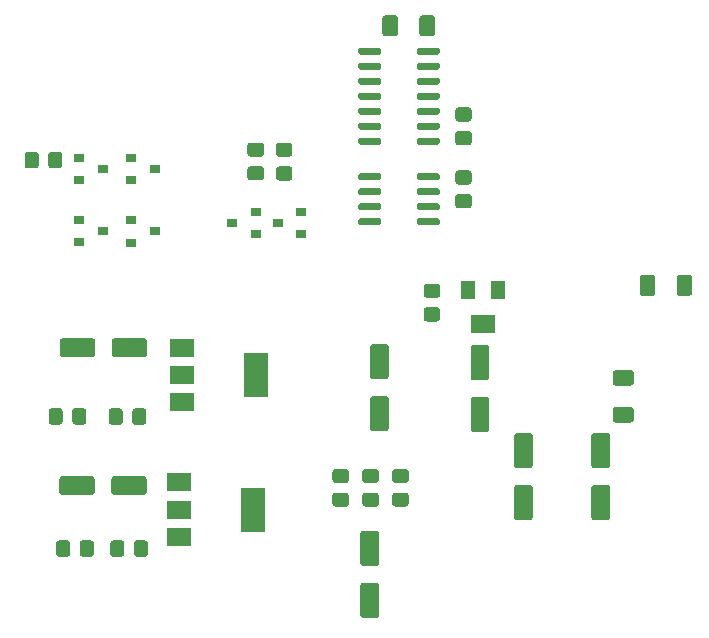
<source format=gbr>
%TF.GenerationSoftware,KiCad,Pcbnew,(5.1.8-0-10_14)*%
%TF.CreationDate,2022-02-24T11:49:15-06:00*%
%TF.ProjectId,SAQ_KiCad_one,5341515f-4b69-4436-9164-5f6f6e652e6b,rev?*%
%TF.SameCoordinates,Original*%
%TF.FileFunction,Paste,Top*%
%TF.FilePolarity,Positive*%
%FSLAX46Y46*%
G04 Gerber Fmt 4.6, Leading zero omitted, Abs format (unit mm)*
G04 Created by KiCad (PCBNEW (5.1.8-0-10_14)) date 2022-02-24 11:49:15*
%MOMM*%
%LPD*%
G01*
G04 APERTURE LIST*
%ADD10R,2.000000X1.500000*%
%ADD11R,2.000000X3.800000*%
%ADD12R,1.300000X1.600000*%
%ADD13R,2.000000X1.600000*%
%ADD14R,0.900000X0.800000*%
G04 APERTURE END LIST*
%TO.C,U4*%
G36*
G01*
X143726000Y-33949500D02*
X143726000Y-34249500D01*
G75*
G02*
X143576000Y-34399500I-150000J0D01*
G01*
X141926000Y-34399500D01*
G75*
G02*
X141776000Y-34249500I0J150000D01*
G01*
X141776000Y-33949500D01*
G75*
G02*
X141926000Y-33799500I150000J0D01*
G01*
X143576000Y-33799500D01*
G75*
G02*
X143726000Y-33949500I0J-150000D01*
G01*
G37*
G36*
G01*
X143726000Y-32679500D02*
X143726000Y-32979500D01*
G75*
G02*
X143576000Y-33129500I-150000J0D01*
G01*
X141926000Y-33129500D01*
G75*
G02*
X141776000Y-32979500I0J150000D01*
G01*
X141776000Y-32679500D01*
G75*
G02*
X141926000Y-32529500I150000J0D01*
G01*
X143576000Y-32529500D01*
G75*
G02*
X143726000Y-32679500I0J-150000D01*
G01*
G37*
G36*
G01*
X143726000Y-31409500D02*
X143726000Y-31709500D01*
G75*
G02*
X143576000Y-31859500I-150000J0D01*
G01*
X141926000Y-31859500D01*
G75*
G02*
X141776000Y-31709500I0J150000D01*
G01*
X141776000Y-31409500D01*
G75*
G02*
X141926000Y-31259500I150000J0D01*
G01*
X143576000Y-31259500D01*
G75*
G02*
X143726000Y-31409500I0J-150000D01*
G01*
G37*
G36*
G01*
X143726000Y-30139500D02*
X143726000Y-30439500D01*
G75*
G02*
X143576000Y-30589500I-150000J0D01*
G01*
X141926000Y-30589500D01*
G75*
G02*
X141776000Y-30439500I0J150000D01*
G01*
X141776000Y-30139500D01*
G75*
G02*
X141926000Y-29989500I150000J0D01*
G01*
X143576000Y-29989500D01*
G75*
G02*
X143726000Y-30139500I0J-150000D01*
G01*
G37*
G36*
G01*
X148676000Y-30139500D02*
X148676000Y-30439500D01*
G75*
G02*
X148526000Y-30589500I-150000J0D01*
G01*
X146876000Y-30589500D01*
G75*
G02*
X146726000Y-30439500I0J150000D01*
G01*
X146726000Y-30139500D01*
G75*
G02*
X146876000Y-29989500I150000J0D01*
G01*
X148526000Y-29989500D01*
G75*
G02*
X148676000Y-30139500I0J-150000D01*
G01*
G37*
G36*
G01*
X148676000Y-31409500D02*
X148676000Y-31709500D01*
G75*
G02*
X148526000Y-31859500I-150000J0D01*
G01*
X146876000Y-31859500D01*
G75*
G02*
X146726000Y-31709500I0J150000D01*
G01*
X146726000Y-31409500D01*
G75*
G02*
X146876000Y-31259500I150000J0D01*
G01*
X148526000Y-31259500D01*
G75*
G02*
X148676000Y-31409500I0J-150000D01*
G01*
G37*
G36*
G01*
X148676000Y-32679500D02*
X148676000Y-32979500D01*
G75*
G02*
X148526000Y-33129500I-150000J0D01*
G01*
X146876000Y-33129500D01*
G75*
G02*
X146726000Y-32979500I0J150000D01*
G01*
X146726000Y-32679500D01*
G75*
G02*
X146876000Y-32529500I150000J0D01*
G01*
X148526000Y-32529500D01*
G75*
G02*
X148676000Y-32679500I0J-150000D01*
G01*
G37*
G36*
G01*
X148676000Y-33949500D02*
X148676000Y-34249500D01*
G75*
G02*
X148526000Y-34399500I-150000J0D01*
G01*
X146876000Y-34399500D01*
G75*
G02*
X146726000Y-34249500I0J150000D01*
G01*
X146726000Y-33949500D01*
G75*
G02*
X146876000Y-33799500I150000J0D01*
G01*
X148526000Y-33799500D01*
G75*
G02*
X148676000Y-33949500I0J-150000D01*
G01*
G37*
%TD*%
%TO.C,R11*%
G36*
G01*
X135959001Y-28619500D02*
X135058999Y-28619500D01*
G75*
G02*
X134809000Y-28369501I0J249999D01*
G01*
X134809000Y-27669499D01*
G75*
G02*
X135058999Y-27419500I249999J0D01*
G01*
X135959001Y-27419500D01*
G75*
G02*
X136209000Y-27669499I0J-249999D01*
G01*
X136209000Y-28369501D01*
G75*
G02*
X135959001Y-28619500I-249999J0D01*
G01*
G37*
G36*
G01*
X135959001Y-30619500D02*
X135058999Y-30619500D01*
G75*
G02*
X134809000Y-30369501I0J249999D01*
G01*
X134809000Y-29669499D01*
G75*
G02*
X135058999Y-29419500I249999J0D01*
G01*
X135959001Y-29419500D01*
G75*
G02*
X136209000Y-29669499I0J-249999D01*
G01*
X136209000Y-30369501D01*
G75*
G02*
X135959001Y-30619500I-249999J0D01*
G01*
G37*
%TD*%
%TO.C,U3*%
G36*
G01*
X146724500Y-19835000D02*
X146724500Y-19535000D01*
G75*
G02*
X146874500Y-19385000I150000J0D01*
G01*
X148524500Y-19385000D01*
G75*
G02*
X148674500Y-19535000I0J-150000D01*
G01*
X148674500Y-19835000D01*
G75*
G02*
X148524500Y-19985000I-150000J0D01*
G01*
X146874500Y-19985000D01*
G75*
G02*
X146724500Y-19835000I0J150000D01*
G01*
G37*
G36*
G01*
X146724500Y-21105000D02*
X146724500Y-20805000D01*
G75*
G02*
X146874500Y-20655000I150000J0D01*
G01*
X148524500Y-20655000D01*
G75*
G02*
X148674500Y-20805000I0J-150000D01*
G01*
X148674500Y-21105000D01*
G75*
G02*
X148524500Y-21255000I-150000J0D01*
G01*
X146874500Y-21255000D01*
G75*
G02*
X146724500Y-21105000I0J150000D01*
G01*
G37*
G36*
G01*
X146724500Y-22375000D02*
X146724500Y-22075000D01*
G75*
G02*
X146874500Y-21925000I150000J0D01*
G01*
X148524500Y-21925000D01*
G75*
G02*
X148674500Y-22075000I0J-150000D01*
G01*
X148674500Y-22375000D01*
G75*
G02*
X148524500Y-22525000I-150000J0D01*
G01*
X146874500Y-22525000D01*
G75*
G02*
X146724500Y-22375000I0J150000D01*
G01*
G37*
G36*
G01*
X146724500Y-23645000D02*
X146724500Y-23345000D01*
G75*
G02*
X146874500Y-23195000I150000J0D01*
G01*
X148524500Y-23195000D01*
G75*
G02*
X148674500Y-23345000I0J-150000D01*
G01*
X148674500Y-23645000D01*
G75*
G02*
X148524500Y-23795000I-150000J0D01*
G01*
X146874500Y-23795000D01*
G75*
G02*
X146724500Y-23645000I0J150000D01*
G01*
G37*
G36*
G01*
X146724500Y-24915000D02*
X146724500Y-24615000D01*
G75*
G02*
X146874500Y-24465000I150000J0D01*
G01*
X148524500Y-24465000D01*
G75*
G02*
X148674500Y-24615000I0J-150000D01*
G01*
X148674500Y-24915000D01*
G75*
G02*
X148524500Y-25065000I-150000J0D01*
G01*
X146874500Y-25065000D01*
G75*
G02*
X146724500Y-24915000I0J150000D01*
G01*
G37*
G36*
G01*
X146724500Y-26185000D02*
X146724500Y-25885000D01*
G75*
G02*
X146874500Y-25735000I150000J0D01*
G01*
X148524500Y-25735000D01*
G75*
G02*
X148674500Y-25885000I0J-150000D01*
G01*
X148674500Y-26185000D01*
G75*
G02*
X148524500Y-26335000I-150000J0D01*
G01*
X146874500Y-26335000D01*
G75*
G02*
X146724500Y-26185000I0J150000D01*
G01*
G37*
G36*
G01*
X146724500Y-27455000D02*
X146724500Y-27155000D01*
G75*
G02*
X146874500Y-27005000I150000J0D01*
G01*
X148524500Y-27005000D01*
G75*
G02*
X148674500Y-27155000I0J-150000D01*
G01*
X148674500Y-27455000D01*
G75*
G02*
X148524500Y-27605000I-150000J0D01*
G01*
X146874500Y-27605000D01*
G75*
G02*
X146724500Y-27455000I0J150000D01*
G01*
G37*
G36*
G01*
X141774500Y-27455000D02*
X141774500Y-27155000D01*
G75*
G02*
X141924500Y-27005000I150000J0D01*
G01*
X143574500Y-27005000D01*
G75*
G02*
X143724500Y-27155000I0J-150000D01*
G01*
X143724500Y-27455000D01*
G75*
G02*
X143574500Y-27605000I-150000J0D01*
G01*
X141924500Y-27605000D01*
G75*
G02*
X141774500Y-27455000I0J150000D01*
G01*
G37*
G36*
G01*
X141774500Y-26185000D02*
X141774500Y-25885000D01*
G75*
G02*
X141924500Y-25735000I150000J0D01*
G01*
X143574500Y-25735000D01*
G75*
G02*
X143724500Y-25885000I0J-150000D01*
G01*
X143724500Y-26185000D01*
G75*
G02*
X143574500Y-26335000I-150000J0D01*
G01*
X141924500Y-26335000D01*
G75*
G02*
X141774500Y-26185000I0J150000D01*
G01*
G37*
G36*
G01*
X141774500Y-24915000D02*
X141774500Y-24615000D01*
G75*
G02*
X141924500Y-24465000I150000J0D01*
G01*
X143574500Y-24465000D01*
G75*
G02*
X143724500Y-24615000I0J-150000D01*
G01*
X143724500Y-24915000D01*
G75*
G02*
X143574500Y-25065000I-150000J0D01*
G01*
X141924500Y-25065000D01*
G75*
G02*
X141774500Y-24915000I0J150000D01*
G01*
G37*
G36*
G01*
X141774500Y-23645000D02*
X141774500Y-23345000D01*
G75*
G02*
X141924500Y-23195000I150000J0D01*
G01*
X143574500Y-23195000D01*
G75*
G02*
X143724500Y-23345000I0J-150000D01*
G01*
X143724500Y-23645000D01*
G75*
G02*
X143574500Y-23795000I-150000J0D01*
G01*
X141924500Y-23795000D01*
G75*
G02*
X141774500Y-23645000I0J150000D01*
G01*
G37*
G36*
G01*
X141774500Y-22375000D02*
X141774500Y-22075000D01*
G75*
G02*
X141924500Y-21925000I150000J0D01*
G01*
X143574500Y-21925000D01*
G75*
G02*
X143724500Y-22075000I0J-150000D01*
G01*
X143724500Y-22375000D01*
G75*
G02*
X143574500Y-22525000I-150000J0D01*
G01*
X141924500Y-22525000D01*
G75*
G02*
X141774500Y-22375000I0J150000D01*
G01*
G37*
G36*
G01*
X141774500Y-21105000D02*
X141774500Y-20805000D01*
G75*
G02*
X141924500Y-20655000I150000J0D01*
G01*
X143574500Y-20655000D01*
G75*
G02*
X143724500Y-20805000I0J-150000D01*
G01*
X143724500Y-21105000D01*
G75*
G02*
X143574500Y-21255000I-150000J0D01*
G01*
X141924500Y-21255000D01*
G75*
G02*
X141774500Y-21105000I0J150000D01*
G01*
G37*
G36*
G01*
X141774500Y-19835000D02*
X141774500Y-19535000D01*
G75*
G02*
X141924500Y-19385000I150000J0D01*
G01*
X143574500Y-19385000D01*
G75*
G02*
X143724500Y-19535000I0J-150000D01*
G01*
X143724500Y-19835000D01*
G75*
G02*
X143574500Y-19985000I-150000J0D01*
G01*
X141924500Y-19985000D01*
G75*
G02*
X141774500Y-19835000I0J150000D01*
G01*
G37*
%TD*%
%TO.C,C17*%
G36*
G01*
X145150000Y-16875997D02*
X145150000Y-18176003D01*
G75*
G02*
X144900003Y-18426000I-249997J0D01*
G01*
X144074997Y-18426000D01*
G75*
G02*
X143825000Y-18176003I0J249997D01*
G01*
X143825000Y-16875997D01*
G75*
G02*
X144074997Y-16626000I249997J0D01*
G01*
X144900003Y-16626000D01*
G75*
G02*
X145150000Y-16875997I0J-249997D01*
G01*
G37*
G36*
G01*
X148275000Y-16875997D02*
X148275000Y-18176003D01*
G75*
G02*
X148025003Y-18426000I-249997J0D01*
G01*
X147199997Y-18426000D01*
G75*
G02*
X146950000Y-18176003I0J249997D01*
G01*
X146950000Y-16875997D01*
G75*
G02*
X147199997Y-16626000I249997J0D01*
G01*
X148025003Y-16626000D01*
G75*
G02*
X148275000Y-16875997I0J-249997D01*
G01*
G37*
%TD*%
%TO.C,C16*%
G36*
G01*
X162856000Y-54989500D02*
X161756000Y-54989500D01*
G75*
G02*
X161506000Y-54739500I0J250000D01*
G01*
X161506000Y-52239500D01*
G75*
G02*
X161756000Y-51989500I250000J0D01*
G01*
X162856000Y-51989500D01*
G75*
G02*
X163106000Y-52239500I0J-250000D01*
G01*
X163106000Y-54739500D01*
G75*
G02*
X162856000Y-54989500I-250000J0D01*
G01*
G37*
G36*
G01*
X162856000Y-59389500D02*
X161756000Y-59389500D01*
G75*
G02*
X161506000Y-59139500I0J250000D01*
G01*
X161506000Y-56639500D01*
G75*
G02*
X161756000Y-56389500I250000J0D01*
G01*
X162856000Y-56389500D01*
G75*
G02*
X163106000Y-56639500I0J-250000D01*
G01*
X163106000Y-59139500D01*
G75*
G02*
X162856000Y-59389500I-250000J0D01*
G01*
G37*
%TD*%
%TO.C,C7*%
G36*
G01*
X155215500Y-56389500D02*
X156315500Y-56389500D01*
G75*
G02*
X156565500Y-56639500I0J-250000D01*
G01*
X156565500Y-59139500D01*
G75*
G02*
X156315500Y-59389500I-250000J0D01*
G01*
X155215500Y-59389500D01*
G75*
G02*
X154965500Y-59139500I0J250000D01*
G01*
X154965500Y-56639500D01*
G75*
G02*
X155215500Y-56389500I250000J0D01*
G01*
G37*
G36*
G01*
X155215500Y-51989500D02*
X156315500Y-51989500D01*
G75*
G02*
X156565500Y-52239500I0J-250000D01*
G01*
X156565500Y-54739500D01*
G75*
G02*
X156315500Y-54989500I-250000J0D01*
G01*
X155215500Y-54989500D01*
G75*
G02*
X154965500Y-54739500I0J250000D01*
G01*
X154965500Y-52239500D01*
G75*
G02*
X155215500Y-51989500I250000J0D01*
G01*
G37*
%TD*%
%TO.C,C11*%
G36*
G01*
X166930500Y-38846997D02*
X166930500Y-40147003D01*
G75*
G02*
X166680503Y-40397000I-249997J0D01*
G01*
X165855497Y-40397000D01*
G75*
G02*
X165605500Y-40147003I0J249997D01*
G01*
X165605500Y-38846997D01*
G75*
G02*
X165855497Y-38597000I249997J0D01*
G01*
X166680503Y-38597000D01*
G75*
G02*
X166930500Y-38846997I0J-249997D01*
G01*
G37*
G36*
G01*
X170055500Y-38846997D02*
X170055500Y-40147003D01*
G75*
G02*
X169805503Y-40397000I-249997J0D01*
G01*
X168980497Y-40397000D01*
G75*
G02*
X168730500Y-40147003I0J249997D01*
G01*
X168730500Y-38846997D01*
G75*
G02*
X168980497Y-38597000I249997J0D01*
G01*
X169805503Y-38597000D01*
G75*
G02*
X170055500Y-38846997I0J-249997D01*
G01*
G37*
%TD*%
D10*
%TO.C,U2*%
X126580500Y-56183500D03*
X126580500Y-60783500D03*
X126580500Y-58483500D03*
D11*
X132880500Y-58483500D03*
%TD*%
D10*
%TO.C,U1*%
X126841720Y-44761120D03*
X126841720Y-49361120D03*
X126841720Y-47061120D03*
D11*
X133141720Y-47061120D03*
%TD*%
D12*
%TO.C,RV1*%
X151086500Y-39888500D03*
D13*
X152336500Y-42788500D03*
D12*
X153586500Y-39888500D03*
%TD*%
%TO.C,R16*%
G36*
G01*
X150235499Y-31769000D02*
X151135501Y-31769000D01*
G75*
G02*
X151385500Y-32018999I0J-249999D01*
G01*
X151385500Y-32719001D01*
G75*
G02*
X151135501Y-32969000I-249999J0D01*
G01*
X150235499Y-32969000D01*
G75*
G02*
X149985500Y-32719001I0J249999D01*
G01*
X149985500Y-32018999D01*
G75*
G02*
X150235499Y-31769000I249999J0D01*
G01*
G37*
G36*
G01*
X150235499Y-29769000D02*
X151135501Y-29769000D01*
G75*
G02*
X151385500Y-30018999I0J-249999D01*
G01*
X151385500Y-30719001D01*
G75*
G02*
X151135501Y-30969000I-249999J0D01*
G01*
X150235499Y-30969000D01*
G75*
G02*
X149985500Y-30719001I0J249999D01*
G01*
X149985500Y-30018999D01*
G75*
G02*
X150235499Y-29769000I249999J0D01*
G01*
G37*
%TD*%
%TO.C,R13*%
G36*
G01*
X150235499Y-26435000D02*
X151135501Y-26435000D01*
G75*
G02*
X151385500Y-26684999I0J-249999D01*
G01*
X151385500Y-27385001D01*
G75*
G02*
X151135501Y-27635000I-249999J0D01*
G01*
X150235499Y-27635000D01*
G75*
G02*
X149985500Y-27385001I0J249999D01*
G01*
X149985500Y-26684999D01*
G75*
G02*
X150235499Y-26435000I249999J0D01*
G01*
G37*
G36*
G01*
X150235499Y-24435000D02*
X151135501Y-24435000D01*
G75*
G02*
X151385500Y-24684999I0J-249999D01*
G01*
X151385500Y-25385001D01*
G75*
G02*
X151135501Y-25635000I-249999J0D01*
G01*
X150235499Y-25635000D01*
G75*
G02*
X149985500Y-25385001I0J249999D01*
G01*
X149985500Y-24684999D01*
G75*
G02*
X150235499Y-24435000I249999J0D01*
G01*
G37*
%TD*%
%TO.C,R10*%
G36*
G01*
X132645999Y-29403500D02*
X133546001Y-29403500D01*
G75*
G02*
X133796000Y-29653499I0J-249999D01*
G01*
X133796000Y-30353501D01*
G75*
G02*
X133546001Y-30603500I-249999J0D01*
G01*
X132645999Y-30603500D01*
G75*
G02*
X132396000Y-30353501I0J249999D01*
G01*
X132396000Y-29653499D01*
G75*
G02*
X132645999Y-29403500I249999J0D01*
G01*
G37*
G36*
G01*
X132645999Y-27403500D02*
X133546001Y-27403500D01*
G75*
G02*
X133796000Y-27653499I0J-249999D01*
G01*
X133796000Y-28353501D01*
G75*
G02*
X133546001Y-28603500I-249999J0D01*
G01*
X132645999Y-28603500D01*
G75*
G02*
X132396000Y-28353501I0J249999D01*
G01*
X132396000Y-27653499D01*
G75*
G02*
X132645999Y-27403500I249999J0D01*
G01*
G37*
%TD*%
%TO.C,R9*%
G36*
G01*
X144901499Y-57042000D02*
X145801501Y-57042000D01*
G75*
G02*
X146051500Y-57291999I0J-249999D01*
G01*
X146051500Y-57992001D01*
G75*
G02*
X145801501Y-58242000I-249999J0D01*
G01*
X144901499Y-58242000D01*
G75*
G02*
X144651500Y-57992001I0J249999D01*
G01*
X144651500Y-57291999D01*
G75*
G02*
X144901499Y-57042000I249999J0D01*
G01*
G37*
G36*
G01*
X144901499Y-55042000D02*
X145801501Y-55042000D01*
G75*
G02*
X146051500Y-55291999I0J-249999D01*
G01*
X146051500Y-55992001D01*
G75*
G02*
X145801501Y-56242000I-249999J0D01*
G01*
X144901499Y-56242000D01*
G75*
G02*
X144651500Y-55992001I0J249999D01*
G01*
X144651500Y-55291999D01*
G75*
G02*
X144901499Y-55042000I249999J0D01*
G01*
G37*
%TD*%
%TO.C,R8*%
G36*
G01*
X143269501Y-56242000D02*
X142369499Y-56242000D01*
G75*
G02*
X142119500Y-55992001I0J249999D01*
G01*
X142119500Y-55291999D01*
G75*
G02*
X142369499Y-55042000I249999J0D01*
G01*
X143269501Y-55042000D01*
G75*
G02*
X143519500Y-55291999I0J-249999D01*
G01*
X143519500Y-55992001D01*
G75*
G02*
X143269501Y-56242000I-249999J0D01*
G01*
G37*
G36*
G01*
X143269501Y-58242000D02*
X142369499Y-58242000D01*
G75*
G02*
X142119500Y-57992001I0J249999D01*
G01*
X142119500Y-57291999D01*
G75*
G02*
X142369499Y-57042000I249999J0D01*
G01*
X143269501Y-57042000D01*
G75*
G02*
X143519500Y-57291999I0J-249999D01*
G01*
X143519500Y-57992001D01*
G75*
G02*
X143269501Y-58242000I-249999J0D01*
G01*
G37*
%TD*%
%TO.C,R7*%
G36*
G01*
X147568499Y-41357500D02*
X148468501Y-41357500D01*
G75*
G02*
X148718500Y-41607499I0J-249999D01*
G01*
X148718500Y-42307501D01*
G75*
G02*
X148468501Y-42557500I-249999J0D01*
G01*
X147568499Y-42557500D01*
G75*
G02*
X147318500Y-42307501I0J249999D01*
G01*
X147318500Y-41607499D01*
G75*
G02*
X147568499Y-41357500I249999J0D01*
G01*
G37*
G36*
G01*
X147568499Y-39357500D02*
X148468501Y-39357500D01*
G75*
G02*
X148718500Y-39607499I0J-249999D01*
G01*
X148718500Y-40307501D01*
G75*
G02*
X148468501Y-40557500I-249999J0D01*
G01*
X147568499Y-40557500D01*
G75*
G02*
X147318500Y-40307501I0J249999D01*
G01*
X147318500Y-39607499D01*
G75*
G02*
X147568499Y-39357500I249999J0D01*
G01*
G37*
%TD*%
%TO.C,R6*%
G36*
G01*
X139837499Y-57042000D02*
X140737501Y-57042000D01*
G75*
G02*
X140987500Y-57291999I0J-249999D01*
G01*
X140987500Y-57992001D01*
G75*
G02*
X140737501Y-58242000I-249999J0D01*
G01*
X139837499Y-58242000D01*
G75*
G02*
X139587500Y-57992001I0J249999D01*
G01*
X139587500Y-57291999D01*
G75*
G02*
X139837499Y-57042000I249999J0D01*
G01*
G37*
G36*
G01*
X139837499Y-55042000D02*
X140737501Y-55042000D01*
G75*
G02*
X140987500Y-55291999I0J-249999D01*
G01*
X140987500Y-55992001D01*
G75*
G02*
X140737501Y-56242000I-249999J0D01*
G01*
X139837499Y-56242000D01*
G75*
G02*
X139587500Y-55992001I0J249999D01*
G01*
X139587500Y-55291999D01*
G75*
G02*
X139837499Y-55042000I249999J0D01*
G01*
G37*
%TD*%
%TO.C,R5*%
G36*
G01*
X122780500Y-62235501D02*
X122780500Y-61335499D01*
G75*
G02*
X123030499Y-61085500I249999J0D01*
G01*
X123730501Y-61085500D01*
G75*
G02*
X123980500Y-61335499I0J-249999D01*
G01*
X123980500Y-62235501D01*
G75*
G02*
X123730501Y-62485500I-249999J0D01*
G01*
X123030499Y-62485500D01*
G75*
G02*
X122780500Y-62235501I0J249999D01*
G01*
G37*
G36*
G01*
X120780500Y-62235501D02*
X120780500Y-61335499D01*
G75*
G02*
X121030499Y-61085500I249999J0D01*
G01*
X121730501Y-61085500D01*
G75*
G02*
X121980500Y-61335499I0J-249999D01*
G01*
X121980500Y-62235501D01*
G75*
G02*
X121730501Y-62485500I-249999J0D01*
G01*
X121030499Y-62485500D01*
G75*
G02*
X120780500Y-62235501I0J249999D01*
G01*
G37*
%TD*%
%TO.C,R4*%
G36*
G01*
X121837500Y-50159499D02*
X121837500Y-51059501D01*
G75*
G02*
X121587501Y-51309500I-249999J0D01*
G01*
X120887499Y-51309500D01*
G75*
G02*
X120637500Y-51059501I0J249999D01*
G01*
X120637500Y-50159499D01*
G75*
G02*
X120887499Y-49909500I249999J0D01*
G01*
X121587501Y-49909500D01*
G75*
G02*
X121837500Y-50159499I0J-249999D01*
G01*
G37*
G36*
G01*
X123837500Y-50159499D02*
X123837500Y-51059501D01*
G75*
G02*
X123587501Y-51309500I-249999J0D01*
G01*
X122887499Y-51309500D01*
G75*
G02*
X122637500Y-51059501I0J249999D01*
G01*
X122637500Y-50159499D01*
G75*
G02*
X122887499Y-49909500I249999J0D01*
G01*
X123587501Y-49909500D01*
G75*
G02*
X123837500Y-50159499I0J-249999D01*
G01*
G37*
%TD*%
%TO.C,R3*%
G36*
G01*
X118192500Y-62235501D02*
X118192500Y-61335499D01*
G75*
G02*
X118442499Y-61085500I249999J0D01*
G01*
X119142501Y-61085500D01*
G75*
G02*
X119392500Y-61335499I0J-249999D01*
G01*
X119392500Y-62235501D01*
G75*
G02*
X119142501Y-62485500I-249999J0D01*
G01*
X118442499Y-62485500D01*
G75*
G02*
X118192500Y-62235501I0J249999D01*
G01*
G37*
G36*
G01*
X116192500Y-62235501D02*
X116192500Y-61335499D01*
G75*
G02*
X116442499Y-61085500I249999J0D01*
G01*
X117142501Y-61085500D01*
G75*
G02*
X117392500Y-61335499I0J-249999D01*
G01*
X117392500Y-62235501D01*
G75*
G02*
X117142501Y-62485500I-249999J0D01*
G01*
X116442499Y-62485500D01*
G75*
G02*
X116192500Y-62235501I0J249999D01*
G01*
G37*
%TD*%
%TO.C,R2*%
G36*
G01*
X116757500Y-50143499D02*
X116757500Y-51043501D01*
G75*
G02*
X116507501Y-51293500I-249999J0D01*
G01*
X115807499Y-51293500D01*
G75*
G02*
X115557500Y-51043501I0J249999D01*
G01*
X115557500Y-50143499D01*
G75*
G02*
X115807499Y-49893500I249999J0D01*
G01*
X116507501Y-49893500D01*
G75*
G02*
X116757500Y-50143499I0J-249999D01*
G01*
G37*
G36*
G01*
X118757500Y-50143499D02*
X118757500Y-51043501D01*
G75*
G02*
X118507501Y-51293500I-249999J0D01*
G01*
X117807499Y-51293500D01*
G75*
G02*
X117557500Y-51043501I0J249999D01*
G01*
X117557500Y-50143499D01*
G75*
G02*
X117807499Y-49893500I249999J0D01*
G01*
X118507501Y-49893500D01*
G75*
G02*
X118757500Y-50143499I0J-249999D01*
G01*
G37*
%TD*%
%TO.C,R1*%
G36*
G01*
X114725500Y-28442499D02*
X114725500Y-29342501D01*
G75*
G02*
X114475501Y-29592500I-249999J0D01*
G01*
X113775499Y-29592500D01*
G75*
G02*
X113525500Y-29342501I0J249999D01*
G01*
X113525500Y-28442499D01*
G75*
G02*
X113775499Y-28192500I249999J0D01*
G01*
X114475501Y-28192500D01*
G75*
G02*
X114725500Y-28442499I0J-249999D01*
G01*
G37*
G36*
G01*
X116725500Y-28442499D02*
X116725500Y-29342501D01*
G75*
G02*
X116475501Y-29592500I-249999J0D01*
G01*
X115775499Y-29592500D01*
G75*
G02*
X115525500Y-29342501I0J249999D01*
G01*
X115525500Y-28442499D01*
G75*
G02*
X115775499Y-28192500I249999J0D01*
G01*
X116475501Y-28192500D01*
G75*
G02*
X116725500Y-28442499I0J-249999D01*
G01*
G37*
%TD*%
D14*
%TO.C,Q6*%
X134953500Y-34226500D03*
X136953500Y-33276500D03*
X136953500Y-35176500D03*
%TD*%
%TO.C,Q5*%
X131080000Y-34226500D03*
X133080000Y-33276500D03*
X133080000Y-35176500D03*
%TD*%
%TO.C,Q4*%
X124550680Y-34925000D03*
X122550680Y-35875000D03*
X122550680Y-33975000D03*
%TD*%
%TO.C,Q3*%
X124550680Y-29667200D03*
X122550680Y-30617200D03*
X122550680Y-28717200D03*
%TD*%
%TO.C,Q2*%
X120151400Y-34891980D03*
X118151400Y-35841980D03*
X118151400Y-33941980D03*
%TD*%
%TO.C,Q1*%
X120151400Y-29667200D03*
X118151400Y-30617200D03*
X118151400Y-28717200D03*
%TD*%
%TO.C,C9*%
G36*
G01*
X163560997Y-49795000D02*
X164861003Y-49795000D01*
G75*
G02*
X165111000Y-50044997I0J-249997D01*
G01*
X165111000Y-50870003D01*
G75*
G02*
X164861003Y-51120000I-249997J0D01*
G01*
X163560997Y-51120000D01*
G75*
G02*
X163311000Y-50870003I0J249997D01*
G01*
X163311000Y-50044997D01*
G75*
G02*
X163560997Y-49795000I249997J0D01*
G01*
G37*
G36*
G01*
X163560997Y-46670000D02*
X164861003Y-46670000D01*
G75*
G02*
X165111000Y-46919997I0J-249997D01*
G01*
X165111000Y-47745003D01*
G75*
G02*
X164861003Y-47995000I-249997J0D01*
G01*
X163560997Y-47995000D01*
G75*
G02*
X163311000Y-47745003I0J249997D01*
G01*
X163311000Y-46919997D01*
G75*
G02*
X163560997Y-46670000I249997J0D01*
G01*
G37*
%TD*%
%TO.C,C6*%
G36*
G01*
X143298000Y-63267000D02*
X142198000Y-63267000D01*
G75*
G02*
X141948000Y-63017000I0J250000D01*
G01*
X141948000Y-60517000D01*
G75*
G02*
X142198000Y-60267000I250000J0D01*
G01*
X143298000Y-60267000D01*
G75*
G02*
X143548000Y-60517000I0J-250000D01*
G01*
X143548000Y-63017000D01*
G75*
G02*
X143298000Y-63267000I-250000J0D01*
G01*
G37*
G36*
G01*
X143298000Y-67667000D02*
X142198000Y-67667000D01*
G75*
G02*
X141948000Y-67417000I0J250000D01*
G01*
X141948000Y-64917000D01*
G75*
G02*
X142198000Y-64667000I250000J0D01*
G01*
X143298000Y-64667000D01*
G75*
G02*
X143548000Y-64917000I0J-250000D01*
G01*
X143548000Y-67417000D01*
G75*
G02*
X143298000Y-67667000I-250000J0D01*
G01*
G37*
%TD*%
%TO.C,C5*%
G36*
G01*
X151532500Y-48937500D02*
X152632500Y-48937500D01*
G75*
G02*
X152882500Y-49187500I0J-250000D01*
G01*
X152882500Y-51687500D01*
G75*
G02*
X152632500Y-51937500I-250000J0D01*
G01*
X151532500Y-51937500D01*
G75*
G02*
X151282500Y-51687500I0J250000D01*
G01*
X151282500Y-49187500D01*
G75*
G02*
X151532500Y-48937500I250000J0D01*
G01*
G37*
G36*
G01*
X151532500Y-44537500D02*
X152632500Y-44537500D01*
G75*
G02*
X152882500Y-44787500I0J-250000D01*
G01*
X152882500Y-47287500D01*
G75*
G02*
X152632500Y-47537500I-250000J0D01*
G01*
X151532500Y-47537500D01*
G75*
G02*
X151282500Y-47287500I0J250000D01*
G01*
X151282500Y-44787500D01*
G75*
G02*
X151532500Y-44537500I250000J0D01*
G01*
G37*
%TD*%
%TO.C,C3*%
G36*
G01*
X143023500Y-48855500D02*
X144123500Y-48855500D01*
G75*
G02*
X144373500Y-49105500I0J-250000D01*
G01*
X144373500Y-51605500D01*
G75*
G02*
X144123500Y-51855500I-250000J0D01*
G01*
X143023500Y-51855500D01*
G75*
G02*
X142773500Y-51605500I0J250000D01*
G01*
X142773500Y-49105500D01*
G75*
G02*
X143023500Y-48855500I250000J0D01*
G01*
G37*
G36*
G01*
X143023500Y-44455500D02*
X144123500Y-44455500D01*
G75*
G02*
X144373500Y-44705500I0J-250000D01*
G01*
X144373500Y-47205500D01*
G75*
G02*
X144123500Y-47455500I-250000J0D01*
G01*
X143023500Y-47455500D01*
G75*
G02*
X142773500Y-47205500I0J250000D01*
G01*
X142773500Y-44705500D01*
G75*
G02*
X143023500Y-44455500I250000J0D01*
G01*
G37*
%TD*%
%TO.C,C2*%
G36*
G01*
X120864500Y-57001500D02*
X120864500Y-55901500D01*
G75*
G02*
X121114500Y-55651500I250000J0D01*
G01*
X123614500Y-55651500D01*
G75*
G02*
X123864500Y-55901500I0J-250000D01*
G01*
X123864500Y-57001500D01*
G75*
G02*
X123614500Y-57251500I-250000J0D01*
G01*
X121114500Y-57251500D01*
G75*
G02*
X120864500Y-57001500I0J250000D01*
G01*
G37*
G36*
G01*
X116464500Y-57001500D02*
X116464500Y-55901500D01*
G75*
G02*
X116714500Y-55651500I250000J0D01*
G01*
X119214500Y-55651500D01*
G75*
G02*
X119464500Y-55901500I0J-250000D01*
G01*
X119464500Y-57001500D01*
G75*
G02*
X119214500Y-57251500I-250000J0D01*
G01*
X116714500Y-57251500D01*
G75*
G02*
X116464500Y-57001500I0J250000D01*
G01*
G37*
%TD*%
%TO.C,C1*%
G36*
G01*
X119505500Y-44217500D02*
X119505500Y-45317500D01*
G75*
G02*
X119255500Y-45567500I-250000J0D01*
G01*
X116755500Y-45567500D01*
G75*
G02*
X116505500Y-45317500I0J250000D01*
G01*
X116505500Y-44217500D01*
G75*
G02*
X116755500Y-43967500I250000J0D01*
G01*
X119255500Y-43967500D01*
G75*
G02*
X119505500Y-44217500I0J-250000D01*
G01*
G37*
G36*
G01*
X123905500Y-44217500D02*
X123905500Y-45317500D01*
G75*
G02*
X123655500Y-45567500I-250000J0D01*
G01*
X121155500Y-45567500D01*
G75*
G02*
X120905500Y-45317500I0J250000D01*
G01*
X120905500Y-44217500D01*
G75*
G02*
X121155500Y-43967500I250000J0D01*
G01*
X123655500Y-43967500D01*
G75*
G02*
X123905500Y-44217500I0J-250000D01*
G01*
G37*
%TD*%
M02*

</source>
